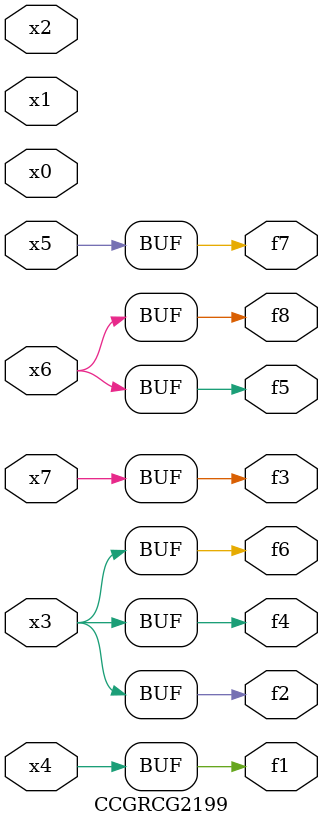
<source format=v>
module CCGRCG2199(
	input x0, x1, x2, x3, x4, x5, x6, x7,
	output f1, f2, f3, f4, f5, f6, f7, f8
);
	assign f1 = x4;
	assign f2 = x3;
	assign f3 = x7;
	assign f4 = x3;
	assign f5 = x6;
	assign f6 = x3;
	assign f7 = x5;
	assign f8 = x6;
endmodule

</source>
